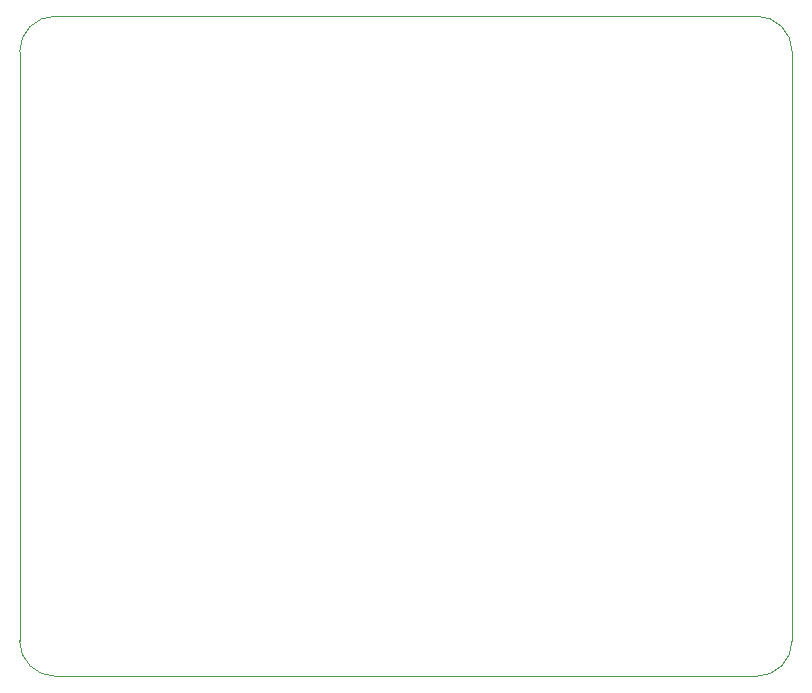
<source format=gbr>
%TF.GenerationSoftware,KiCad,Pcbnew,9.0.3*%
%TF.CreationDate,2025-07-28T00:11:01-05:00*%
%TF.ProjectId,eesa-pathfinder,65657361-2d70-4617-9468-66696e646572,rev?*%
%TF.SameCoordinates,Original*%
%TF.FileFunction,Profile,NP*%
%FSLAX46Y46*%
G04 Gerber Fmt 4.6, Leading zero omitted, Abs format (unit mm)*
G04 Created by KiCad (PCBNEW 9.0.3) date 2025-07-28 00:11:01*
%MOMM*%
%LPD*%
G01*
G04 APERTURE LIST*
%TA.AperFunction,Profile*%
%ADD10C,0.050000*%
%TD*%
G04 APERTURE END LIST*
D10*
X88725000Y-130810000D02*
G75*
G02*
X85725000Y-127810000I0J3000000D01*
G01*
X148130000Y-130810000D02*
X88725000Y-130810000D01*
X85725000Y-77930000D02*
G75*
G02*
X88725000Y-74930000I3000000J0D01*
G01*
X85725000Y-127810000D02*
X85725000Y-77930000D01*
X151130000Y-127810000D02*
G75*
G02*
X148130000Y-130810000I-3000000J0D01*
G01*
X151130000Y-77930000D02*
X151130000Y-127810000D01*
X88725000Y-74930000D02*
X148130000Y-74930000D01*
X148130000Y-74930000D02*
G75*
G02*
X151130000Y-77930000I0J-3000000D01*
G01*
M02*

</source>
